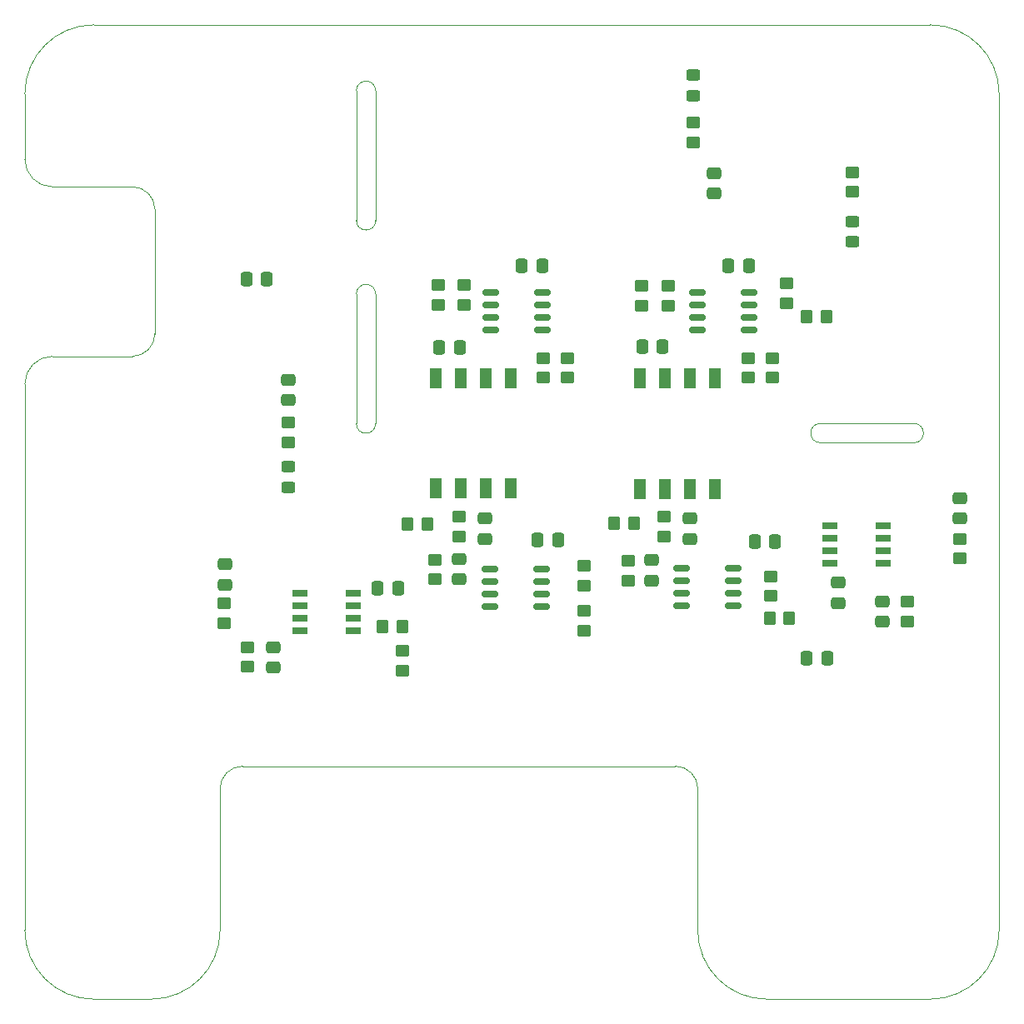
<source format=gtp>
G04 #@! TF.GenerationSoftware,KiCad,Pcbnew,7.0.7+dfsg-1*
G04 #@! TF.CreationDate,2024-09-28T12:18:31+02:00*
G04 #@! TF.ProjectId,evo-cube-sensor,65766f2d-6375-4626-952d-73656e736f72,rev?*
G04 #@! TF.SameCoordinates,Original*
G04 #@! TF.FileFunction,Paste,Top*
G04 #@! TF.FilePolarity,Positive*
%FSLAX46Y46*%
G04 Gerber Fmt 4.6, Leading zero omitted, Abs format (unit mm)*
G04 Created by KiCad (PCBNEW 7.0.7+dfsg-1) date 2024-09-28 12:18:31*
%MOMM*%
%LPD*%
G01*
G04 APERTURE LIST*
G04 Aperture macros list*
%AMRoundRect*
0 Rectangle with rounded corners*
0 $1 Rounding radius*
0 $2 $3 $4 $5 $6 $7 $8 $9 X,Y pos of 4 corners*
0 Add a 4 corners polygon primitive as box body*
4,1,4,$2,$3,$4,$5,$6,$7,$8,$9,$2,$3,0*
0 Add four circle primitives for the rounded corners*
1,1,$1+$1,$2,$3*
1,1,$1+$1,$4,$5*
1,1,$1+$1,$6,$7*
1,1,$1+$1,$8,$9*
0 Add four rect primitives between the rounded corners*
20,1,$1+$1,$2,$3,$4,$5,0*
20,1,$1+$1,$4,$5,$6,$7,0*
20,1,$1+$1,$6,$7,$8,$9,0*
20,1,$1+$1,$8,$9,$2,$3,0*%
G04 Aperture macros list end*
%ADD10RoundRect,0.150000X-0.675000X-0.150000X0.675000X-0.150000X0.675000X0.150000X-0.675000X0.150000X0*%
%ADD11RoundRect,0.250000X-0.475000X0.337500X-0.475000X-0.337500X0.475000X-0.337500X0.475000X0.337500X0*%
%ADD12RoundRect,0.250000X0.450000X-0.350000X0.450000X0.350000X-0.450000X0.350000X-0.450000X-0.350000X0*%
%ADD13RoundRect,0.250000X0.337500X0.475000X-0.337500X0.475000X-0.337500X-0.475000X0.337500X-0.475000X0*%
%ADD14RoundRect,0.250000X0.475000X-0.337500X0.475000X0.337500X-0.475000X0.337500X-0.475000X-0.337500X0*%
%ADD15RoundRect,0.250000X-0.450000X0.350000X-0.450000X-0.350000X0.450000X-0.350000X0.450000X0.350000X0*%
%ADD16RoundRect,0.250000X-0.337500X-0.475000X0.337500X-0.475000X0.337500X0.475000X-0.337500X0.475000X0*%
%ADD17RoundRect,0.250000X0.350000X0.450000X-0.350000X0.450000X-0.350000X-0.450000X0.350000X-0.450000X0*%
%ADD18R,1.300000X2.050000*%
%ADD19RoundRect,0.250000X-0.350000X-0.450000X0.350000X-0.450000X0.350000X0.450000X-0.350000X0.450000X0*%
%ADD20RoundRect,0.250000X0.450000X-0.325000X0.450000X0.325000X-0.450000X0.325000X-0.450000X-0.325000X0*%
%ADD21RoundRect,0.250000X-0.450000X0.325000X-0.450000X-0.325000X0.450000X-0.325000X0.450000X0.325000X0*%
%ADD22R,1.528000X0.650000*%
G04 #@! TA.AperFunction,Profile*
%ADD23C,0.100000*%
G04 #@! TD*
G04 APERTURE END LIST*
D10*
X100426875Y-87777675D03*
X100426875Y-89047675D03*
X100426875Y-90317675D03*
X100426875Y-91587675D03*
X105676875Y-91587675D03*
X105676875Y-90317675D03*
X105676875Y-89047675D03*
X105676875Y-87777675D03*
D11*
X116306600Y-89255600D03*
X116306600Y-91330600D03*
D12*
X99060000Y-61096400D03*
X99060000Y-59096400D03*
D13*
X107234900Y-57073800D03*
X105159900Y-57073800D03*
D14*
X101244400Y-84802800D03*
X101244400Y-82727800D03*
D15*
X94996000Y-87028600D03*
X94996000Y-89028600D03*
D16*
X85750400Y-84886800D03*
X87825400Y-84886800D03*
D11*
X103733600Y-47628900D03*
X103733600Y-49703900D03*
D12*
X111099600Y-60867800D03*
X111099600Y-58867800D03*
D17*
X72018400Y-93700600D03*
X70018400Y-93700600D03*
X115112800Y-62255400D03*
X113112800Y-62255400D03*
D18*
X75387200Y-79691400D03*
X77927200Y-79691400D03*
X80467200Y-79691400D03*
X83007200Y-79691400D03*
X83007200Y-68441400D03*
X80467200Y-68441400D03*
X77927200Y-68441400D03*
X75387200Y-68441400D03*
D10*
X101988800Y-59791600D03*
X101988800Y-61061600D03*
X101988800Y-62331600D03*
X101988800Y-63601600D03*
X107238800Y-63601600D03*
X107238800Y-62331600D03*
X107238800Y-61061600D03*
X107238800Y-59791600D03*
D12*
X88773000Y-68437000D03*
X88773000Y-66437000D03*
D15*
X90449400Y-92109800D03*
X90449400Y-94109800D03*
X96342200Y-59096400D03*
X96342200Y-61096400D03*
D14*
X60401200Y-70688200D03*
X60401200Y-68613200D03*
D12*
X60401200Y-74999600D03*
X60401200Y-72999600D03*
X56265350Y-97808800D03*
X56265350Y-95808800D03*
D15*
X90449400Y-87528400D03*
X90449400Y-89528400D03*
D16*
X113114000Y-96926400D03*
X115189000Y-96926400D03*
D15*
X128655900Y-84782750D03*
X128655900Y-86782750D03*
D12*
X86309200Y-68437000D03*
X86309200Y-66437000D03*
D19*
X109356400Y-92903800D03*
X111356400Y-92903800D03*
D15*
X75692000Y-59020200D03*
X75692000Y-61020200D03*
D12*
X117729000Y-49539400D03*
X117729000Y-47539400D03*
D13*
X86229100Y-57073800D03*
X84154100Y-57073800D03*
D15*
X77800200Y-82550000D03*
X77800200Y-84550000D03*
D13*
X58263700Y-58420000D03*
X56188700Y-58420000D03*
X77872500Y-65354200D03*
X75797500Y-65354200D03*
X98475800Y-65252600D03*
X96400800Y-65252600D03*
D15*
X101600000Y-42500800D03*
X101600000Y-44500800D03*
D18*
X96189800Y-79716800D03*
X98729800Y-79716800D03*
X101269800Y-79716800D03*
X103809800Y-79716800D03*
X103809800Y-68466800D03*
X101269800Y-68466800D03*
X98729800Y-68466800D03*
X96189800Y-68466800D03*
D17*
X74574400Y-83261200D03*
X72574400Y-83261200D03*
D16*
X69519800Y-89789000D03*
X71594800Y-89789000D03*
D14*
X97332800Y-89044600D03*
X97332800Y-86969600D03*
X80441800Y-84802800D03*
X80441800Y-82727800D03*
D12*
X107188000Y-68437000D03*
X107188000Y-66437000D03*
D15*
X72059800Y-96164400D03*
X72059800Y-98164400D03*
D11*
X120777000Y-91160600D03*
X120777000Y-93235600D03*
D17*
X95538800Y-83210400D03*
X93538800Y-83210400D03*
D12*
X78257400Y-61020200D03*
X78257400Y-59020200D03*
D10*
X80915600Y-87858600D03*
X80915600Y-89128600D03*
X80915600Y-90398600D03*
X80915600Y-91668600D03*
X86165600Y-91668600D03*
X86165600Y-90398600D03*
X86165600Y-89128600D03*
X86165600Y-87858600D03*
D20*
X60426600Y-79545400D03*
X60426600Y-77495400D03*
D13*
X109898000Y-85115400D03*
X107823000Y-85115400D03*
D21*
X101574600Y-37693600D03*
X101574600Y-39743600D03*
D20*
X117729000Y-54635400D03*
X117729000Y-52585400D03*
D22*
X61645800Y-90366600D03*
X61645800Y-91636600D03*
X61645800Y-92906600D03*
X61645800Y-94176600D03*
X67067800Y-94176600D03*
X67067800Y-92906600D03*
X67067800Y-91636600D03*
X67067800Y-90366600D03*
D11*
X58906950Y-95808800D03*
X58906950Y-97883800D03*
D15*
X75311000Y-86925400D03*
X75311000Y-88925400D03*
D12*
X123342400Y-93192600D03*
X123342400Y-91192600D03*
X109432600Y-90611200D03*
X109432600Y-88611200D03*
D15*
X98653600Y-82556600D03*
X98653600Y-84556600D03*
D14*
X77749400Y-88917600D03*
X77749400Y-86842600D03*
D11*
X53975000Y-87379900D03*
X53975000Y-89454900D03*
D10*
X80991800Y-59791600D03*
X80991800Y-61061600D03*
X80991800Y-62331600D03*
X80991800Y-63601600D03*
X86241800Y-63601600D03*
X86241800Y-62331600D03*
X86241800Y-61061600D03*
X86241800Y-59791600D03*
D11*
X128681300Y-80650350D03*
X128681300Y-82725350D03*
D22*
X120909700Y-87276850D03*
X120909700Y-86006850D03*
X120909700Y-84736850D03*
X120909700Y-83466850D03*
X115487700Y-83466850D03*
X115487700Y-84736850D03*
X115487700Y-86006850D03*
X115487700Y-87276850D03*
D15*
X53949600Y-91363800D03*
X53949600Y-93363800D03*
D12*
X109651800Y-68421000D03*
X109651800Y-66421000D03*
D23*
X114503200Y-73075800D02*
X124002800Y-73075800D01*
X125664200Y-131569200D02*
G75*
G03*
X132664200Y-124569200I0J7000000D01*
G01*
X46500453Y-131569203D02*
G75*
G03*
X53500453Y-124569200I-3J7000003D01*
G01*
X33670200Y-46233544D02*
X33664200Y-39569200D01*
X33664200Y-124569200D02*
G75*
G03*
X40664200Y-131569200I7000000J0D01*
G01*
X67348843Y-73089243D02*
G75*
G03*
X69303157Y-73089243I977157J0D01*
G01*
X55786453Y-107899153D02*
G75*
G03*
X53500453Y-110185200I47J-2286047D01*
G01*
X125664200Y-32569200D02*
X40664200Y-32569200D01*
X99756200Y-107899200D02*
X55786453Y-107899200D01*
X102042200Y-110185200D02*
G75*
G03*
X99756200Y-107899200I-2286000J0D01*
G01*
X46878200Y-51313544D02*
X46878200Y-63957200D01*
X53500453Y-110185200D02*
X53500453Y-124569200D01*
X46878156Y-51313544D02*
G75*
G03*
X44592200Y-49027544I-2285956J44D01*
G01*
X69303157Y-59918600D02*
G75*
G03*
X67348843Y-59918600I-977157J0D01*
G01*
X44592200Y-66243200D02*
X36464200Y-66243200D01*
X44592200Y-66243200D02*
G75*
G03*
X46878200Y-63957200I0J2286000D01*
G01*
X44592200Y-49027544D02*
X36464200Y-49027544D01*
X102042200Y-110185200D02*
X102042200Y-124569200D01*
X36464200Y-66243200D02*
G75*
G03*
X33670200Y-69037200I0J-2794000D01*
G01*
X114503200Y-73075886D02*
G75*
G03*
X114503200Y-75030114I0J-977114D01*
G01*
X109042200Y-131569200D02*
X125664200Y-131569200D01*
X124002800Y-75030114D02*
X114503200Y-75030114D01*
X67348843Y-73089243D02*
X67348843Y-59918600D01*
X67348843Y-52439043D02*
G75*
G03*
X69303157Y-52439043I977157J0D01*
G01*
X69303157Y-39268400D02*
X69303157Y-52439043D01*
X33670200Y-69037200D02*
X33670200Y-124569200D01*
X124002800Y-75030200D02*
G75*
G03*
X124002800Y-73075800I0J977200D01*
G01*
X40664200Y-32569200D02*
G75*
G03*
X33664200Y-39569200I0J-7000000D01*
G01*
X67348843Y-39268400D02*
X67348843Y-52439043D01*
X69303157Y-59918600D02*
X69303157Y-73089243D01*
X132664200Y-39569200D02*
G75*
G03*
X125664200Y-32569200I-7000000J0D01*
G01*
X33670156Y-46233544D02*
G75*
G03*
X36464200Y-49027544I2794044J44D01*
G01*
X69303157Y-39268400D02*
G75*
G03*
X67348843Y-39268400I-977157J0D01*
G01*
X40664200Y-131569200D02*
X46500453Y-131569200D01*
X102042200Y-124569200D02*
G75*
G03*
X109042200Y-131569200I7000000J0D01*
G01*
X132664200Y-124569200D02*
X132664200Y-39569200D01*
M02*

</source>
